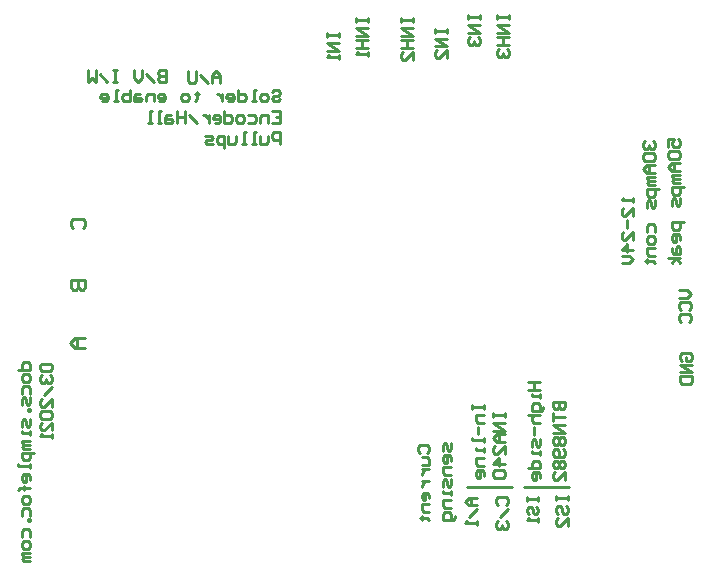
<source format=gbo>
G04*
G04 #@! TF.GenerationSoftware,Altium Limited,Altium Designer,18.0.7 (293)*
G04*
G04 Layer_Color=32896*
%FSLAX25Y25*%
%MOIN*%
G70*
G01*
G75*
%ADD10C,0.01000*%
D10*
X213700Y30900D02*
X228600D01*
X194700Y30800D02*
X209500D01*
X214829Y65800D02*
X218765D01*
X216797D01*
Y63176D01*
X214829D01*
X218765D01*
Y61864D02*
Y60552D01*
Y61208D01*
X216141D01*
Y61864D01*
X220077Y57273D02*
Y56617D01*
X219421Y55961D01*
X216141D01*
Y57929D01*
X216797Y58584D01*
X218109D01*
X218765Y57929D01*
Y55961D01*
X214829Y54649D02*
X218765D01*
X216797D01*
X216141Y53993D01*
Y52681D01*
X216797Y52025D01*
X218765D01*
X216797Y50713D02*
Y48089D01*
X218765Y46777D02*
Y44809D01*
X218109Y44153D01*
X217453Y44809D01*
Y46121D01*
X216797Y46777D01*
X216141Y46121D01*
Y44153D01*
X218765Y42842D02*
Y41530D01*
Y42186D01*
X216141D01*
Y42842D01*
X214829Y36938D02*
X218765D01*
Y38906D01*
X218109Y39562D01*
X216797D01*
X216141Y38906D01*
Y36938D01*
X218765Y33658D02*
Y34970D01*
X218109Y35626D01*
X216797D01*
X216141Y34970D01*
Y33658D01*
X216797Y33002D01*
X217453D01*
Y35626D01*
X223264Y59240D02*
X227200D01*
Y57273D01*
X226544Y56617D01*
X225888D01*
X225232Y57273D01*
Y59240D01*
Y57273D01*
X224576Y56617D01*
X223920D01*
X223264Y57273D01*
Y59240D01*
Y55305D02*
Y52681D01*
Y53993D01*
X227200D01*
Y51369D02*
X223264D01*
X227200Y48745D01*
X223264D01*
X223920Y47433D02*
X223264Y46777D01*
Y45465D01*
X223920Y44809D01*
X224576D01*
X225232Y45465D01*
X225888Y44809D01*
X226544D01*
X227200Y45465D01*
Y46777D01*
X226544Y47433D01*
X225888D01*
X225232Y46777D01*
X224576Y47433D01*
X223920D01*
X225232Y46777D02*
Y45465D01*
X226544Y43497D02*
X227200Y42842D01*
Y41530D01*
X226544Y40874D01*
X223920D01*
X223264Y41530D01*
Y42842D01*
X223920Y43497D01*
X224576D01*
X225232Y42842D01*
Y40874D01*
X223920Y39562D02*
X223264Y38906D01*
Y37594D01*
X223920Y36938D01*
X224576D01*
X225232Y37594D01*
X225888Y36938D01*
X226544D01*
X227200Y37594D01*
Y38906D01*
X226544Y39562D01*
X225888D01*
X225232Y38906D01*
X224576Y39562D01*
X223920D01*
X225232Y38906D02*
Y37594D01*
X227200Y33002D02*
Y35626D01*
X224576Y33002D01*
X223920D01*
X223264Y33658D01*
Y34970D01*
X223920Y35626D01*
X78000Y169736D02*
X76688D01*
X77344D01*
Y165800D01*
X78000D01*
X76688D01*
X74720D02*
X72096Y168424D01*
X70784Y169736D02*
Y165800D01*
X69473Y167112D01*
X68161Y165800D01*
Y169736D01*
X129476Y162538D02*
X130132Y163193D01*
X131444D01*
X132100Y162538D01*
Y161881D01*
X131444Y161226D01*
X130132D01*
X129476Y160570D01*
Y159914D01*
X130132Y159258D01*
X131444D01*
X132100Y159914D01*
X127508Y159258D02*
X126196D01*
X125540Y159914D01*
Y161226D01*
X126196Y161881D01*
X127508D01*
X128164Y161226D01*
Y159914D01*
X127508Y159258D01*
X124229D02*
X122917D01*
X123573D01*
Y163193D01*
X124229D01*
X118325D02*
Y159258D01*
X120293D01*
X120949Y159914D01*
Y161226D01*
X120293Y161881D01*
X118325D01*
X115045Y159258D02*
X116357D01*
X117013Y159914D01*
Y161226D01*
X116357Y161881D01*
X115045D01*
X114389Y161226D01*
Y160570D01*
X117013D01*
X113077Y161881D02*
Y159258D01*
Y160570D01*
X112421Y161226D01*
X111765Y161881D01*
X111109D01*
X104550Y162538D02*
Y161881D01*
X105206D01*
X103894D01*
X104550D01*
Y159914D01*
X103894Y159258D01*
X101270D02*
X99958D01*
X99302Y159914D01*
Y161226D01*
X99958Y161881D01*
X101270D01*
X101926Y161226D01*
Y159914D01*
X101270Y159258D01*
X92087D02*
X93399D01*
X94055Y159914D01*
Y161226D01*
X93399Y161881D01*
X92087D01*
X91431Y161226D01*
Y160570D01*
X94055D01*
X90119Y159258D02*
Y161881D01*
X88151D01*
X87495Y161226D01*
Y159258D01*
X85527Y161881D02*
X84215D01*
X83559Y161226D01*
Y159258D01*
X85527D01*
X86183Y159914D01*
X85527Y160570D01*
X83559D01*
X82247Y163193D02*
Y159258D01*
X80279D01*
X79624Y159914D01*
Y160570D01*
Y161226D01*
X80279Y161881D01*
X82247D01*
X78312Y159258D02*
X77000D01*
X77656D01*
Y163193D01*
X78312D01*
X73064Y159258D02*
X74376D01*
X75032Y159914D01*
Y161226D01*
X74376Y161881D01*
X73064D01*
X72408Y161226D01*
Y160570D01*
X75032D01*
X129476Y156070D02*
X132100D01*
Y152135D01*
X129476D01*
X132100Y154103D02*
X130788D01*
X128164Y152135D02*
Y154759D01*
X126196D01*
X125540Y154103D01*
Y152135D01*
X121605Y154759D02*
X123573D01*
X124229Y154103D01*
Y152791D01*
X123573Y152135D01*
X121605D01*
X119637D02*
X118325D01*
X117669Y152791D01*
Y154103D01*
X118325Y154759D01*
X119637D01*
X120293Y154103D01*
Y152791D01*
X119637Y152135D01*
X113733Y156070D02*
Y152135D01*
X115701D01*
X116357Y152791D01*
Y154103D01*
X115701Y154759D01*
X113733D01*
X110453Y152135D02*
X111765D01*
X112421Y152791D01*
Y154103D01*
X111765Y154759D01*
X110453D01*
X109798Y154103D01*
Y153447D01*
X112421D01*
X108486Y154759D02*
Y152135D01*
Y153447D01*
X107830Y154103D01*
X107174Y154759D01*
X106518D01*
X104550Y152135D02*
X101926Y154759D01*
X100614Y156070D02*
Y152135D01*
Y154103D01*
X97990D01*
Y156070D01*
Y152135D01*
X96022Y154759D02*
X94710D01*
X94055Y154103D01*
Y152135D01*
X96022D01*
X96678Y152791D01*
X96022Y153447D01*
X94055D01*
X92743Y152135D02*
X91431D01*
X92087D01*
Y156070D01*
X92743D01*
X89463Y152135D02*
X88151D01*
X88807D01*
Y156070D01*
X89463D01*
X132100Y145012D02*
Y148948D01*
X130132D01*
X129476Y148292D01*
Y146980D01*
X130132Y146324D01*
X132100D01*
X128164Y147636D02*
Y145668D01*
X127508Y145012D01*
X125540D01*
Y147636D01*
X124229Y145012D02*
X122917D01*
X123573D01*
Y148948D01*
X124229D01*
X120949Y145012D02*
X119637D01*
X120293D01*
Y148948D01*
X120949D01*
X117669Y147636D02*
Y145668D01*
X117013Y145012D01*
X115045D01*
Y147636D01*
X113733Y143700D02*
Y147636D01*
X111765D01*
X111109Y146980D01*
Y145668D01*
X111765Y145012D01*
X113733D01*
X109798D02*
X107830D01*
X107174Y145668D01*
X107830Y146324D01*
X109142D01*
X109798Y146980D01*
X109142Y147636D01*
X107174D01*
X196241Y58100D02*
Y56788D01*
Y57444D01*
X200177D01*
Y58100D01*
Y56788D01*
Y54820D02*
X197553D01*
Y52852D01*
X198209Y52196D01*
X200177D01*
X198209Y50884D02*
Y48261D01*
X200177Y46949D02*
Y45637D01*
Y46293D01*
X196241D01*
Y46949D01*
X200177Y43669D02*
Y42357D01*
Y43013D01*
X197553D01*
Y43669D01*
X200177Y40389D02*
X197553D01*
Y38421D01*
X198209Y37765D01*
X200177D01*
Y34486D02*
Y35798D01*
X199521Y36453D01*
X198209D01*
X197553Y35798D01*
Y34486D01*
X198209Y33830D01*
X198865D01*
Y36453D01*
X203364Y55476D02*
Y54164D01*
Y54820D01*
X207300D01*
Y55476D01*
Y54164D01*
Y52196D02*
X203364D01*
X207300Y49573D01*
X203364D01*
X207300Y48261D02*
X204676D01*
X203364Y46949D01*
X204676Y45637D01*
X207300D01*
X205332D01*
Y48261D01*
X207300Y41701D02*
Y44325D01*
X204676Y41701D01*
X204020D01*
X203364Y42357D01*
Y43669D01*
X204020Y44325D01*
X207300Y38421D02*
X203364D01*
X205332Y40389D01*
Y37765D01*
X204020Y36453D02*
X203364Y35798D01*
Y34486D01*
X204020Y33830D01*
X206644D01*
X207300Y34486D01*
Y35798D01*
X206644Y36453D01*
X204020D01*
X250030Y126918D02*
Y125606D01*
Y126262D01*
X246095D01*
X246751Y126918D01*
X250030Y121014D02*
Y123638D01*
X247407Y121014D01*
X246751D01*
X246095Y121670D01*
Y122982D01*
X246751Y123638D01*
X248062Y119702D02*
Y117078D01*
X250030Y113143D02*
Y115766D01*
X247407Y113143D01*
X246751D01*
X246095Y113799D01*
Y115111D01*
X246751Y115766D01*
X250030Y109863D02*
X246095D01*
X248062Y111831D01*
Y109207D01*
X246095Y107895D02*
X248719D01*
X250030Y106583D01*
X248719Y105271D01*
X246095D01*
X253873Y145940D02*
X253218Y145284D01*
Y143973D01*
X253873Y143317D01*
X254530D01*
X255185Y143973D01*
Y144629D01*
Y143973D01*
X255841Y143317D01*
X256497D01*
X257153Y143973D01*
Y145284D01*
X256497Y145940D01*
X253873Y142005D02*
X253218Y141349D01*
Y140037D01*
X253873Y139381D01*
X256497D01*
X257153Y140037D01*
Y141349D01*
X256497Y142005D01*
X253873D01*
X257153Y138069D02*
X254530D01*
X253218Y136757D01*
X254530Y135445D01*
X257153D01*
X255185D01*
Y138069D01*
X257153Y134133D02*
X254530D01*
Y133477D01*
X255185Y132821D01*
X257153D01*
X255185D01*
X254530Y132165D01*
X255185Y131509D01*
X257153D01*
X258465Y130198D02*
X254530D01*
Y128230D01*
X255185Y127574D01*
X256497D01*
X257153Y128230D01*
Y130198D01*
Y126262D02*
Y124294D01*
X256497Y123638D01*
X255841Y124294D01*
Y125606D01*
X255185Y126262D01*
X254530Y125606D01*
Y123638D01*
Y115766D02*
Y117734D01*
X255185Y118390D01*
X256497D01*
X257153Y117734D01*
Y115766D01*
Y113799D02*
Y112487D01*
X256497Y111831D01*
X255185D01*
X254530Y112487D01*
Y113799D01*
X255185Y114454D01*
X256497D01*
X257153Y113799D01*
Y110519D02*
X254530D01*
Y108551D01*
X255185Y107895D01*
X257153D01*
X253873Y105927D02*
X254530D01*
Y106583D01*
Y105271D01*
Y105927D01*
X256497D01*
X257153Y105271D01*
X261652Y143973D02*
Y146596D01*
X263620D01*
X262964Y145284D01*
Y144629D01*
X263620Y143973D01*
X264932D01*
X265588Y144629D01*
Y145940D01*
X264932Y146596D01*
X262308Y142661D02*
X261652Y142005D01*
Y140693D01*
X262308Y140037D01*
X264932D01*
X265588Y140693D01*
Y142005D01*
X264932Y142661D01*
X262308D01*
X265588Y138725D02*
X262964D01*
X261652Y137413D01*
X262964Y136101D01*
X265588D01*
X263620D01*
Y138725D01*
X265588Y134789D02*
X262964D01*
Y134133D01*
X263620Y133477D01*
X265588D01*
X263620D01*
X262964Y132821D01*
X263620Y132165D01*
X265588D01*
X266900Y130853D02*
X262964D01*
Y128886D01*
X263620Y128230D01*
X264932D01*
X265588Y128886D01*
Y130853D01*
Y126918D02*
Y124950D01*
X264932Y124294D01*
X264276Y124950D01*
Y126262D01*
X263620Y126918D01*
X262964Y126262D01*
Y124294D01*
X266900Y119046D02*
X262964D01*
Y117078D01*
X263620Y116422D01*
X264932D01*
X265588Y117078D01*
Y119046D01*
Y113143D02*
Y114454D01*
X264932Y115111D01*
X263620D01*
X262964Y114454D01*
Y113143D01*
X263620Y112487D01*
X264276D01*
Y115111D01*
X262964Y110519D02*
Y109207D01*
X263620Y108551D01*
X265588D01*
Y110519D01*
X264932Y111175D01*
X264276Y110519D01*
Y108551D01*
X265588Y107239D02*
X261652D01*
X264276D02*
X262964Y105271D01*
X264276Y107239D02*
X265588Y105271D01*
X178785Y42002D02*
X178129Y42658D01*
Y43970D01*
X178785Y44626D01*
X181409D01*
X182065Y43970D01*
Y42658D01*
X181409Y42002D01*
X179441Y40691D02*
X181409D01*
X182065Y40035D01*
Y38067D01*
X179441D01*
Y36755D02*
X182065D01*
X180753D01*
X180097Y36099D01*
X179441Y35443D01*
Y34787D01*
Y32819D02*
X182065D01*
X180753D01*
X180097Y32163D01*
X179441Y31507D01*
Y30851D01*
X182065Y26915D02*
Y28227D01*
X181409Y28883D01*
X180097D01*
X179441Y28227D01*
Y26915D01*
X180097Y26260D01*
X180753D01*
Y28883D01*
X182065Y24948D02*
X179441D01*
Y22980D01*
X180097Y22324D01*
X182065D01*
X178785Y20356D02*
X179441D01*
Y21012D01*
Y19700D01*
Y20356D01*
X181409D01*
X182065Y19700D01*
X189188Y45282D02*
Y43314D01*
X188532Y42658D01*
X187876Y43314D01*
Y44626D01*
X187220Y45282D01*
X186564Y44626D01*
Y42658D01*
X189188Y39379D02*
Y40691D01*
X188532Y41347D01*
X187220D01*
X186564Y40691D01*
Y39379D01*
X187220Y38723D01*
X187876D01*
Y41347D01*
X189188Y37411D02*
X186564D01*
Y35443D01*
X187220Y34787D01*
X189188D01*
Y33475D02*
Y31507D01*
X188532Y30851D01*
X187876Y31507D01*
Y32819D01*
X187220Y33475D01*
X186564Y32819D01*
Y30851D01*
X189188Y29539D02*
Y28227D01*
Y28883D01*
X186564D01*
Y29539D01*
X189188Y26260D02*
X186564D01*
Y24292D01*
X187220Y23636D01*
X189188D01*
X190500Y21012D02*
Y20356D01*
X189844Y19700D01*
X186564D01*
Y21668D01*
X187220Y22324D01*
X188532D01*
X189188Y21668D01*
Y19700D01*
X265264Y96400D02*
X267888D01*
X269200Y95088D01*
X267888Y93776D01*
X265264D01*
X265920Y89840D02*
X265264Y90496D01*
Y91808D01*
X265920Y92464D01*
X268544D01*
X269200Y91808D01*
Y90496D01*
X268544Y89840D01*
X265920Y85905D02*
X265264Y86561D01*
Y87873D01*
X265920Y88529D01*
X268544D01*
X269200Y87873D01*
Y86561D01*
X268544Y85905D01*
X266220Y72876D02*
X265564Y73532D01*
Y74844D01*
X266220Y75500D01*
X268844D01*
X269500Y74844D01*
Y73532D01*
X268844Y72876D01*
X267532D01*
Y74188D01*
X269500Y71564D02*
X265564D01*
X269500Y68940D01*
X265564D01*
Y67629D02*
X269500D01*
Y65661D01*
X268844Y65005D01*
X266220D01*
X265564Y65661D01*
Y67629D01*
X63300Y116920D02*
X62480Y117740D01*
Y119380D01*
X63300Y120200D01*
X66580D01*
X67400Y119380D01*
Y117740D01*
X66580Y116920D01*
X62480Y99800D02*
X67400D01*
Y97340D01*
X66580Y96520D01*
X65760D01*
X64940Y97340D01*
Y99800D01*
Y97340D01*
X64120Y96520D01*
X63300D01*
X62480Y97340D01*
Y99800D01*
X67200Y80500D02*
X63920D01*
X62280Y78860D01*
X63920Y77220D01*
X67200D01*
X64740D01*
Y80500D01*
X224164Y27700D02*
Y26388D01*
Y27044D01*
X228100D01*
Y27700D01*
Y26388D01*
X224820Y21796D02*
X224164Y22452D01*
Y23764D01*
X224820Y24420D01*
X225476D01*
X226132Y23764D01*
Y22452D01*
X226788Y21796D01*
X227444D01*
X228100Y22452D01*
Y23764D01*
X227444Y24420D01*
X228100Y17861D02*
Y20484D01*
X225476Y17861D01*
X224820D01*
X224164Y18517D01*
Y19828D01*
X224820Y20484D01*
X45064Y69776D02*
X49000D01*
Y71744D01*
X48344Y72400D01*
X47032D01*
X46376Y71744D01*
Y69776D01*
X49000Y67808D02*
Y66496D01*
X48344Y65840D01*
X47032D01*
X46376Y66496D01*
Y67808D01*
X47032Y68464D01*
X48344D01*
X49000Y67808D01*
X46376Y61905D02*
Y63873D01*
X47032Y64529D01*
X48344D01*
X49000Y63873D01*
Y61905D01*
Y60593D02*
Y58625D01*
X48344Y57969D01*
X47688Y58625D01*
Y59937D01*
X47032Y60593D01*
X46376Y59937D01*
Y57969D01*
X49000Y56657D02*
X48344D01*
Y56001D01*
X49000D01*
Y56657D01*
Y53377D02*
Y51409D01*
X48344Y50753D01*
X47688Y51409D01*
Y52721D01*
X47032Y53377D01*
X46376Y52721D01*
Y50753D01*
X49000Y49441D02*
Y48130D01*
Y48786D01*
X46376D01*
Y49441D01*
X49000Y46162D02*
X46376D01*
Y45506D01*
X47032Y44850D01*
X49000D01*
X47032D01*
X46376Y44194D01*
X47032Y43538D01*
X49000D01*
X50312Y42226D02*
X46376D01*
Y40258D01*
X47032Y39602D01*
X48344D01*
X49000Y40258D01*
Y42226D01*
Y38290D02*
Y36978D01*
Y37634D01*
X45064D01*
Y38290D01*
X49000Y33043D02*
Y34354D01*
X48344Y35010D01*
X47032D01*
X46376Y34354D01*
Y33043D01*
X47032Y32387D01*
X47688D01*
Y35010D01*
X49000Y30419D02*
X45720D01*
X47032D01*
Y31075D01*
Y29763D01*
Y30419D01*
X45720D01*
X45064Y29763D01*
X49000Y27139D02*
Y25827D01*
X48344Y25171D01*
X47032D01*
X46376Y25827D01*
Y27139D01*
X47032Y27795D01*
X48344D01*
X49000Y27139D01*
X46376Y21235D02*
Y23203D01*
X47032Y23859D01*
X48344D01*
X49000Y23203D01*
Y21235D01*
Y19924D02*
X48344D01*
Y19267D01*
X49000D01*
Y19924D01*
X46376Y14020D02*
Y15988D01*
X47032Y16644D01*
X48344D01*
X49000Y15988D01*
Y14020D01*
Y12052D02*
Y10740D01*
X48344Y10084D01*
X47032D01*
X46376Y10740D01*
Y12052D01*
X47032Y12708D01*
X48344D01*
X49000Y12052D01*
Y8772D02*
X46376D01*
Y8116D01*
X47032Y7460D01*
X49000D01*
X47032D01*
X46376Y6804D01*
X47032Y6148D01*
X49000D01*
X112200Y165500D02*
Y168124D01*
X110888Y169436D01*
X109576Y168124D01*
Y165500D01*
Y167468D01*
X112200D01*
X108264Y165500D02*
X105640Y168124D01*
X104329Y169436D02*
Y166156D01*
X103673Y165500D01*
X102361D01*
X101705Y166156D01*
Y169436D01*
X94100Y169636D02*
Y165700D01*
X92132D01*
X91476Y166356D01*
Y167012D01*
X92132Y167668D01*
X94100D01*
X92132D01*
X91476Y168324D01*
Y168980D01*
X92132Y169636D01*
X94100D01*
X90164Y165700D02*
X87540Y168324D01*
X86229Y169636D02*
Y167012D01*
X84917Y165700D01*
X83605Y167012D01*
Y169636D01*
X53020Y71900D02*
X52364Y71244D01*
Y69932D01*
X53020Y69276D01*
X55644D01*
X56300Y69932D01*
Y71244D01*
X55644Y71900D01*
X53020D01*
Y67964D02*
X52364Y67308D01*
Y65996D01*
X53020Y65340D01*
X53676D01*
X54332Y65996D01*
Y66652D01*
Y65996D01*
X54988Y65340D01*
X55644D01*
X56300Y65996D01*
Y67308D01*
X55644Y67964D01*
X56300Y64029D02*
X53676Y61405D01*
X56300Y57469D02*
Y60093D01*
X53676Y57469D01*
X53020D01*
X52364Y58125D01*
Y59437D01*
X53020Y60093D01*
Y56157D02*
X52364Y55501D01*
Y54189D01*
X53020Y53533D01*
X55644D01*
X56300Y54189D01*
Y55501D01*
X55644Y56157D01*
X53020D01*
X56300Y49597D02*
Y52221D01*
X53676Y49597D01*
X53020D01*
X52364Y50253D01*
Y51565D01*
X53020Y52221D01*
X56300Y48286D02*
Y46974D01*
Y47630D01*
X52364D01*
X53020Y48286D01*
X214464Y27500D02*
Y26188D01*
Y26844D01*
X218400D01*
Y27500D01*
Y26188D01*
X215120Y21596D02*
X214464Y22252D01*
Y23564D01*
X215120Y24220D01*
X215776D01*
X216432Y23564D01*
Y22252D01*
X217088Y21596D01*
X217744D01*
X218400Y22252D01*
Y23564D01*
X217744Y24220D01*
X218400Y20285D02*
Y18973D01*
Y19628D01*
X214464D01*
X215120Y20285D01*
X204820Y24676D02*
X204164Y25332D01*
Y26644D01*
X204820Y27300D01*
X207444D01*
X208100Y26644D01*
Y25332D01*
X207444Y24676D01*
X208100Y23364D02*
X205476Y20740D01*
X204820Y19429D02*
X204164Y18773D01*
Y17461D01*
X204820Y16805D01*
X205476D01*
X206132Y17461D01*
Y18117D01*
Y17461D01*
X206788Y16805D01*
X207444D01*
X208100Y17461D01*
Y18773D01*
X207444Y19429D01*
X198000Y27200D02*
X195376D01*
X194064Y25888D01*
X195376Y24576D01*
X198000D01*
X196032D01*
Y27200D01*
X198000Y23264D02*
X195376Y20640D01*
X198000Y19329D02*
Y18017D01*
Y18673D01*
X194064D01*
X194720Y19329D01*
X148064Y182000D02*
Y180688D01*
Y181344D01*
X152000D01*
Y182000D01*
Y180688D01*
Y178720D02*
X148064D01*
X152000Y176096D01*
X148064D01*
X152000Y174785D02*
Y173473D01*
Y174128D01*
X148064D01*
X148720Y174785D01*
X157564Y187000D02*
Y185688D01*
Y186344D01*
X161500D01*
Y187000D01*
Y185688D01*
Y183720D02*
X157564D01*
X161500Y181096D01*
X157564D01*
Y179785D02*
X161500D01*
X159532D01*
Y177161D01*
X157564D01*
X161500D01*
Y175849D02*
Y174537D01*
Y175193D01*
X157564D01*
X158220Y175849D01*
X172564Y187000D02*
Y185688D01*
Y186344D01*
X176500D01*
Y187000D01*
Y185688D01*
Y183720D02*
X172564D01*
X176500Y181096D01*
X172564D01*
Y179785D02*
X176500D01*
X174532D01*
Y177161D01*
X172564D01*
X176500D01*
Y173225D02*
Y175849D01*
X173876Y173225D01*
X173220D01*
X172564Y173881D01*
Y175193D01*
X173220Y175849D01*
X184064Y183500D02*
Y182188D01*
Y182844D01*
X188000D01*
Y183500D01*
Y182188D01*
Y180220D02*
X184064D01*
X188000Y177596D01*
X184064D01*
X188000Y173661D02*
Y176285D01*
X185376Y173661D01*
X184720D01*
X184064Y174317D01*
Y175628D01*
X184720Y176285D01*
X195064Y188000D02*
Y186688D01*
Y187344D01*
X199000D01*
Y188000D01*
Y186688D01*
Y184720D02*
X195064D01*
X199000Y182096D01*
X195064D01*
X195720Y180784D02*
X195064Y180129D01*
Y178817D01*
X195720Y178161D01*
X196376D01*
X197032Y178817D01*
Y179473D01*
Y178817D01*
X197688Y178161D01*
X198344D01*
X199000Y178817D01*
Y180129D01*
X198344Y180784D01*
X204564Y188000D02*
Y186688D01*
Y187344D01*
X208500D01*
Y188000D01*
Y186688D01*
Y184720D02*
X204564D01*
X208500Y182096D01*
X204564D01*
Y180784D02*
X208500D01*
X206532D01*
Y178161D01*
X204564D01*
X208500D01*
X205220Y176849D02*
X204564Y176193D01*
Y174881D01*
X205220Y174225D01*
X205876D01*
X206532Y174881D01*
Y175537D01*
Y174881D01*
X207188Y174225D01*
X207844D01*
X208500Y174881D01*
Y176193D01*
X207844Y176849D01*
M02*

</source>
